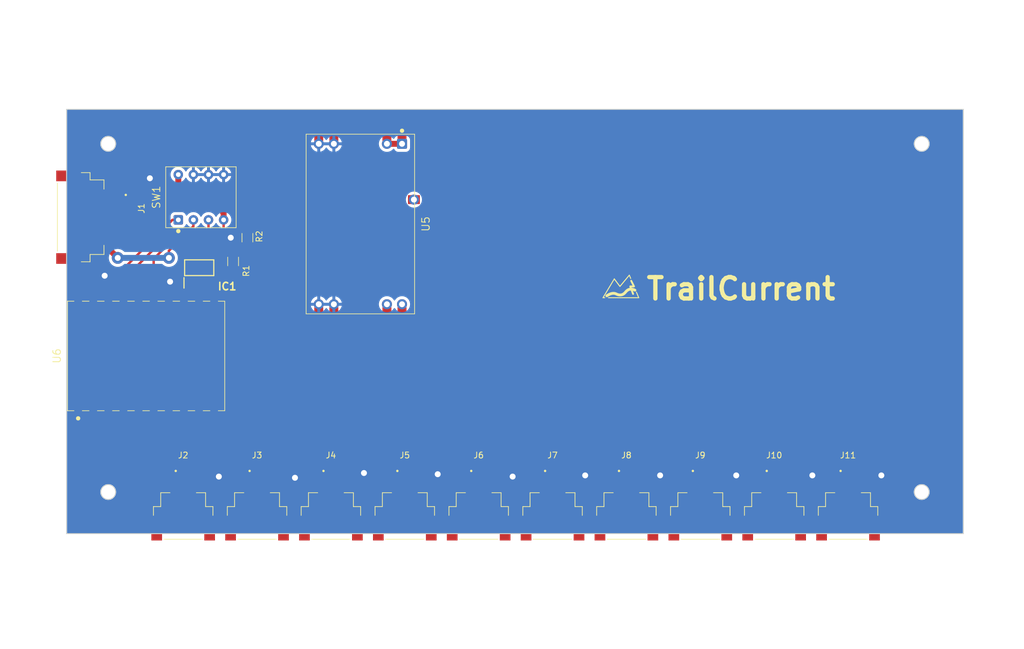
<source format=kicad_pcb>
(kicad_pcb (version 20241229) (generator "pcbnew") (generator_version "9.0")
  (layers (0 "F.Cu" signal) (2 "B.Cu" signal) (13 "F.Paste" user) (15 "B.Paste" user) (5 "F.SilkS" user "F.Silkscreen") (7 "B.SilkS" user "B.Silkscreen") (1 "F.Mask" user) (3 "B.Mask" user) (25 "Edge.Cuts" user))
  (net 0 "")
  (net 1 "+12V")
  (net 2 "GND")
  (net 4 "Net-(IC1-RS)")
  (net 5 "RSW01")
  (net 6 "RSW02")
  (net 7 "RSW03")
  (net 8 "RSW04")
  (net 9 "RSW05")
  (net 10 "RSW06")
  (net 11 "CAN_RX")
  (net 12 "RSW07")
  (net 13 "RSW08")
  (net 14 "RSW09")
  (net 15 "+3.3V")
  (net 16 "CANH")
  (net 17 "CAN_TX")
  (net 18 "RSW10")
  (net 19 "CANL")
  (net 20 "Net-(R2-Pad2)")
  (net 21 "ADDR01")
  (net 22 "ADDR03")
  (net 23 "ADDR02")
  (net 24 "+5V")
  (footprint "TrailCurrentFootprints:JST_S2B-XH-SM4-TB" (layer "F.Cu") (at 49.8 131.2)
    (property "Reference" "J2" (at 0 -12.385 0) (layer "F.SilkS"))
    (property "Value" "S2B-XH-SM4-TB")
    (pad "1" smd rect (at -1.25 -6.8) (size 1.3 4.5) (layers "F.Cu" "F.Mask" "F.Paste") (net 5 "RSW01"))
    (pad "2" smd rect (at 1.25 -6.8) (size 1.3 4.5) (layers "F.Cu" "F.Mask" "F.Paste") (net 2 "GND"))
    (pad "SH1" smd rect (at -4.45 0) (size 1.8 3.9) (layers "F.Cu" "F.Mask" "F.Paste"))
    (pad "SH2" smd rect (at 4.45 0) (size 1.8 3.9) (layers "F.Cu" "F.Mask" "F.Paste"))
  )
  (footprint "TrailCurrentFootprints:JST_S2B-XH-SM4-TB" (layer "F.Cu") (at 149.177778 131.2)
    (property "Reference" "J10" (at 0 -12.385 0) (layer "F.SilkS"))
    (property "Value" "S2B-XH-SM4-TB")
    (pad "1" smd rect (at -1.25 -6.8) (size 1.3 4.5) (layers "F.Cu" "F.Mask" "F.Paste") (net 14 "RSW09"))
    (pad "2" smd rect (at 1.25 -6.8) (size 1.3 4.5) (layers "F.Cu" "F.Mask" "F.Paste") (net 2 "GND"))
    (pad "SH1" smd rect (at -4.45 0) (size 1.8 3.9) (layers "F.Cu" "F.Mask" "F.Paste"))
    (pad "SH2" smd rect (at 4.45 0) (size 1.8 3.9) (layers "F.Cu" "F.Mask" "F.Paste"))
  )
  (footprint "TrailCurrentFootprints:JST_S2B-XH-SM4-TB" (layer "F.Cu") (at 136.755556 131.2)
    (property "Reference" "J9" (at 0 -12.385 0) (layer "F.SilkS"))
    (property "Value" "S2B-XH-SM4-TB")
    (pad "1" smd rect (at -1.25 -6.8) (size 1.3 4.5) (layers "F.Cu" "F.Mask" "F.Paste") (net 13 "RSW08"))
    (pad "2" smd rect (at 1.25 -6.8) (size 1.3 4.5) (layers "F.Cu" "F.Mask" "F.Paste") (net 2 "GND"))
    (pad "SH1" smd rect (at -4.45 0) (size 1.8 3.9) (layers "F.Cu" "F.Mask" "F.Paste"))
    (pad "SH2" smd rect (at 4.45 0) (size 1.8 3.9) (layers "F.Cu" "F.Mask" "F.Paste"))
  )
  (footprint "TrailCurrentFootprints:JST_S2B-XH-SM4-TB" (layer "F.Cu") (at 87.066667 131.2)
    (property "Reference" "J5" (at 0 -12.385 0) (layer "F.SilkS"))
    (property "Value" "S2B-XH-SM4-TB")
    (pad "1" smd rect (at -1.25 -6.8) (size 1.3 4.5) (layers "F.Cu" "F.Mask" "F.Paste") (net 8 "RSW04"))
    (pad "2" smd rect (at 1.25 -6.8) (size 1.3 4.5) (layers "F.Cu" "F.Mask" "F.Paste") (net 2 "GND"))
    (pad "SH1" smd rect (at -4.45 0) (size 1.8 3.9) (layers "F.Cu" "F.Mask" "F.Paste"))
    (pad "SH2" smd rect (at 4.45 0) (size 1.8 3.9) (layers "F.Cu" "F.Mask" "F.Paste"))
  )
  (footprint "TrailCurrentFootprints:JST_S2B-XH-SM4-TB" (layer "F.Cu") (at 99.488889 131.2)
    (property "Reference" "J6" (at 0 -12.385 0) (layer "F.SilkS"))
    (property "Value" "S2B-XH-SM4-TB")
    (pad "1" smd rect (at -1.25 -6.8) (size 1.3 4.5) (layers "F.Cu" "F.Mask" "F.Paste") (net 9 "RSW05"))
    (pad "2" smd rect (at 1.25 -6.8) (size 1.3 4.5) (layers "F.Cu" "F.Mask" "F.Paste") (net 2 "GND"))
    (pad "SH1" smd rect (at -4.45 0) (size 1.8 3.9) (layers "F.Cu" "F.Mask" "F.Paste"))
    (pad "SH2" smd rect (at 4.45 0) (size 1.8 3.9) (layers "F.Cu" "F.Mask" "F.Paste"))
  )
  (footprint "TrailCurrentFootprints:JST_S2B-XH-SM4-TB" (layer "F.Cu") (at 74.644444 131.2)
    (property "Reference" "J4" (at 0 -12.385 0) (layer "F.SilkS"))
    (property "Value" "S2B-XH-SM4-TB")
    (pad "1" smd rect (at -1.25 -6.8) (size 1.3 4.5) (layers "F.Cu" "F.Mask" "F.Paste") (net 7 "RSW03"))
    (pad "2" smd rect (at 1.25 -6.8) (size 1.3 4.5) (layers "F.Cu" "F.Mask" "F.Paste") (net 2 "GND"))
    (pad "SH1" smd rect (at -4.45 0) (size 1.8 3.9) (layers "F.Cu" "F.Mask" "F.Paste"))
    (pad "SH2" smd rect (at 4.45 0) (size 1.8 3.9) (layers "F.Cu" "F.Mask" "F.Paste"))
  )
  (footprint "TrailCurrentFootprints:JST_S2B-XH-SM4-TB" (layer "F.Cu") (at 62.222222 131.2)
    (property "Reference" "J3" (at 0 -12.385 0) (layer "F.SilkS"))
    (property "Value" "S2B-XH-SM4-TB")
    (pad "1" smd rect (at -1.25 -6.8) (size 1.3 4.5) (layers "F.Cu" "F.Mask" "F.Paste") (net 6 "RSW02"))
    (pad "2" smd rect (at 1.25 -6.8) (size 1.3 4.5) (layers "F.Cu" "F.Mask" "F.Paste") (net 2 "GND"))
    (pad "SH1" smd rect (at -4.45 0) (size 1.8 3.9) (layers "F.Cu" "F.Mask" "F.Paste"))
    (pad "SH2" smd rect (at 4.45 0) (size 1.8 3.9) (layers "F.Cu" "F.Mask" "F.Paste"))
  )
  (footprint "TrailCurrentFootprints:JST_S2B-XH-SM4-TB" (layer "F.Cu") (at 124.333333 131.2)
    (property "Reference" "J8" (at 0 -12.385 0) (layer "F.SilkS"))
    (property "Value" "S2B-XH-SM4-TB")
    (pad "1" smd rect (at -1.25 -6.8) (size 1.3 4.5) (layers "F.Cu" "F.Mask" "F.Paste") (net 12 "RSW07"))
    (pad "2" smd rect (at 1.25 -6.8) (size 1.3 4.5) (layers "F.Cu" "F.Mask" "F.Paste") (net 2 "GND"))
    (pad "SH1" smd rect (at -4.45 0) (size 1.8 3.9) (layers "F.Cu" "F.Mask" "F.Paste"))
    (pad "SH2" smd rect (at 4.45 0) (size 1.8 3.9) (layers "F.Cu" "F.Mask" "F.Paste"))
  )
  (footprint "TrailCurrentFootprints:JST_S2B-XH-SM4-TB" (layer "F.Cu") (at 111.911111 131.2)
    (property "Reference" "J7" (at 0 -12.385 0) (layer "F.SilkS"))
    (property "Value" "S2B-XH-SM4-TB")
    (pad "1" smd rect (at -1.25 -6.8) (size 1.3 4.5) (layers "F.Cu" "F.Mask" "F.Paste") (net 10 "RSW06"))
    (pad "2" smd rect (at 1.25 -6.8) (size 1.3 4.5) (layers "F.Cu" "F.Mask" "F.Paste") (net 2 "GND"))
    (pad "SH1" smd rect (at -4.45 0) (size 1.8 3.9) (layers "F.Cu" "F.Mask" "F.Paste"))
    (pad "SH2" smd rect (at 4.45 0) (size 1.8 3.9) (layers "F.Cu" "F.Mask" "F.Paste"))
  )
  (footprint "TrailCurrentFootprints:SN65HVD230DR" (layer "F.Cu") (at 52.495 87.25 90)
    (property "Reference" "IC1" (at -3.15 4.705 180) (layer "F.SilkS") (effects (font (size 1.27 1.27) (thickness 0.254))))
    (property "Value" "SN65HVD230DR" (hide yes))
    (pad "1" smd rect (at -2.55 -1.905 180) (size 0.6 1.75) (layers "F.Cu" "F.Mask" "F.Paste") (net 17 "CAN_TX"))
    (pad "2" smd rect (at -2.55 -0.635 180) (size 0.6 1.75) (layers "F.Cu" "F.Mask" "F.Paste") (net 2 "GND"))
    (pad "3" smd rect (at -2.55 0.635 180) (size 0.6 1.75) (layers "F.Cu" "F.Mask" "F.Paste") (net 15 "+3.3V"))
    (pad "4" smd rect (at -2.55 1.905 180) (size 0.6 1.75) (layers "F.Cu" "F.Mask" "F.Paste") (net 11 "CAN_RX"))
    (pad "5" smd rect (at 2.55 1.905 180) (size 0.6 1.75) (layers "F.Cu" "F.Mask" "F.Paste"))
    (pad "6" smd rect (at 2.55 0.635 180) (size 0.6 1.75) (layers "F.Cu" "F.Mask" "F.Paste") (net 19 "CANL"))
    (pad "7" smd rect (at 2.55 -0.635 180) (size 0.6 1.75) (layers "F.Cu" "F.Mask" "F.Paste") (net 16 "CANH"))
    (pad "8" smd rect (at 2.55 -1.905 180) (size 0.6 1.75) (layers "F.Cu" "F.Mask" "F.Paste") (net 4 "Net-(IC1-RS)"))
  )
  (footprint "TrailCurrentFootprints:JST_S2B-XH-SM4-TB" (layer "F.Cu") (at 161.6 131.2)
    (property "Reference" "J11" (at 0 -12.385 0) (layer "F.SilkS"))
    (property "Value" "S2B-XH-SM4-TB")
    (pad "1" smd rect (at -1.25 -6.8) (size 1.3 4.5) (layers "F.Cu" "F.Mask" "F.Paste") (net 18 "RSW10"))
    (pad "2" smd rect (at 1.25 -6.8) (size 1.3 4.5) (layers "F.Cu" "F.Mask" "F.Paste") (net 2 "GND"))
    (pad "SH1" smd rect (at -4.45 0) (size 1.8 3.9) (layers "F.Cu" "F.Mask" "F.Paste"))
    (pad "SH2" smd rect (at 4.45 0) (size 1.8 3.9) (layers "F.Cu" "F.Mask" "F.Paste"))
  )
  (footprint "TrailCurrentFootprints:ESP32-C6-SuperMini_SMD" (layer "F.Cu") (at 43.57 102.1 90)
    (property "Reference" "U6" (at 0 -15 90) (layer "F.SilkS") (effects (font (size 1.27 1.27))))
    (property "Value" "ESP32-C6-SuperMini")
    (pad "1" smd roundrect (at -9.1 -11.43 90) (size 2 1) (layers "F.Cu" "F.Mask" "F.Paste") (net 5 "RSW01"))
    (pad "2" smd rect (at -9.1 -8.89 90) (size 2 1) (layers "F.Cu" "F.Mask" "F.Paste") (net 6 "RSW02"))
    (pad "3" smd rect (at -9.1 -6.35 90) (size 2 1) (layers "F.Cu" "F.Mask" "F.Paste") (net 7 "RSW03"))
    (pad "4" smd rect (at -9.1 -3.81 90) (size 2 1) (layers "F.Cu" "F.Mask" "F.Paste") (net 8 "RSW04"))
    (pad "5" smd rect (at -9.1 -1.27 90) (size 2 1) (layers "F.Cu" "F.Mask" "F.Paste") (net 9 "RSW05"))
    (pad "6" smd rect (at -9.1 1.27 90) (size 2 1) (layers "F.Cu" "F.Mask" "F.Paste") (net 10 "RSW06"))
    (pad "7" smd rect (at -9.1 3.81 90) (size 2 1) (layers "F.Cu" "F.Mask" "F.Paste") (net 12 "RSW07"))
    (pad "8" smd rect (at -9.1 6.35 90) (size 2 1) (layers "F.Cu" "F.Mask" "F.Paste") (net 13 "RSW08"))
    (pad "9" smd rect (at -9.1 8.89 90) (size 2 1) (layers "F.Cu" "F.Mask" "F.Paste") (net 14 "RSW09"))
    (pad "10" smd rect (at -9.1 11.43 90) (size 2 1) (layers "F.Cu" "F.Mask" "F.Paste") (net 18 "RSW10"))
    (pad "11" smd rect (at 9.1 -11.43 90) (size 2 1) (layers "F.Cu" "F.Mask" "F.Paste") (net 24 "+5V"))
    (pad "12" smd rect (at 9.1 -8.89 90) (size 2 1) (layers "F.Cu" "F.Mask" "F.Paste") (net 2 "GND"))
    (pad "13" smd rect (at 9.1 -6.35 90) (size 2 1) (layers "F.Cu" "F.Mask" "F.Paste") (net 15 "+3.3V"))
    (pad "14" smd rect (at 9.1 -3.81 90) (size 2 1) (layers "F.Cu" "F.Mask" "F.Paste") (net 22 "ADDR03"))
    (pad "15" smd rect (at 9.1 -1.27 90) (size 2 1) (layers "F.Cu" "F.Mask" "F.Paste") (net 23 "ADDR02"))
    (pad "16" smd rect (at 9.1 1.27 90) (size 2 1) (layers "F.Cu" "F.Mask" "F.Paste") (net 21 "ADDR01"))
    (pad "17" smd rect (at 9.1 3.81 90) (size 2 1) (layers "F.Cu" "F.Mask" "F.Paste"))
    (pad "18" smd rect (at 9.1 6.35 90) (size 2 1) (layers "F.Cu" "F.Mask" "F.Paste") (net 17 "CAN_TX"))
    (pad "19" smd rect (at 9.1 8.89 90) (size 2 1) (layers "F.Cu" "F.Mask" "F.Paste"))
    (pad "20" smd rect (at 9.1 11.43 90) (size 2 1) (layers "F.Cu" "F.Mask" "F.Paste") (net 11 "CAN_RX"))
  )
  (footprint "TrailCurrentFootprints:TrailCurrentLogo_Text" (layer "F.Cu") (at 143.6 90.8)
    (property "Reference" "LOGO" (hide yes))
    (property "Value" "TrailCurrentLogo_Text" (hide yes))
    (fp_text user "TrailCurrent" (at 0 0 0) (layer "F.SilkS") (effects (font (size 3.6 3.6) (thickness 0.72) (bold yes))))
  )
  (footprint "Resistor_SMD:R_1206_3216Metric_Pad1.30x1.75mm_HandSolder" (layer "F.Cu") (at 60.6 82.2 90)
    (property "Reference" "R2" (at 0.2 2 90) (layer "F.SilkS"))
    (property "Value" "120")
    (pad "1" smd roundrect (at -1.55 0 90) (size 1.3 1.75) (layers "F.Cu" "F.Mask" "F.Paste") (roundrect_rratio 0.192308) (net 16 "CANH"))
    (pad "2" smd roundrect (at 1.55 0 90) (size 1.3 1.75) (layers "F.Cu" "F.Mask" "F.Paste") (roundrect_rratio 0.192308) (net 20 "Net-(R2-Pad2)"))
  )
  (footprint "TrailCurrentFootprints:Mini560" (layer "F.Cu") (at 79.6 79.9 -90)
    (property "Reference" "U5" (at 0 -11 270) (layer "F.SilkS") (effects (font (size 1.27 1.27))))
    (property "Value" "Mini560")
    (pad "1" smd rect (at -15 -7 270) (size 2 1.5) (layers "F.Cu" "F.Mask" "F.Paste") (net 1 "+12V"))
    (pad "1" thru_hole roundrect (at -13.5 -7 270) (size 1.7 1.7) (drill 1) (layers "*.Cu" "*.Mask") (roundrect_rratio 0.147059) (net 1 "+12V"))
    (pad "2" smd rect (at -15 -4.46 270) (size 2 1.5) (layers "F.Cu" "F.Mask" "F.Paste") (net 1 "+12V"))
    (pad "2" thru_hole oval (at -13.5 -4.46 270) (size 1.7 1.7) (drill 1) (layers "*.Cu" "*.Mask") (net 1 "+12V"))
    (pad "3" smd rect (at -15 4.46 270) (size 2 1.5) (layers "F.Cu" "F.Mask" "F.Paste") (net 2 "GND"))
    (pad "3" thru_hole oval (at -13.5 4.46 270) (size 1.7 1.7) (drill 1) (layers "*.Cu" "*.Mask") (net 2 "GND"))
    (pad "4" smd rect (at -15 7 270) (size 2 1.5) (layers "F.Cu" "F.Mask" "F.Paste") (net 2 "GND"))
    (pad "4" thru_hole oval (at -13.5 7 270) (size 1.7 1.7) (drill 1) (layers "*.Cu" "*.Mask") (net 2 "GND"))
    (pad "5" smd rect (at -4.11 -9 270) (size 1.5 2) (layers "F.Cu" "F.Mask" "F.Paste"))
    (pad "5" thru_hole oval (at -4.11 -9 270) (size 1.7 1.7) (drill 1) (layers "*.Cu" "*.Mask"))
    (pad "6" thru_hole oval (at 13.5 7 270) (size 1.7 1.7) (drill 1) (layers "*.Cu" "*.Mask") (net 2 "GND"))
    (pad "6" smd rect (at 15 7 270) (size 2 1.5) (layers "F.Cu" "F.Mask" "F.Paste") (net 2 "GND"))
    (pad "7" thru_hole oval (at 13.5 4.46 270) (size 1.7 1.7) (drill 1) (layers "*.Cu" "*.Mask") (net 2 "GND"))
    (pad "7" smd rect (at 15 4.46 270) (size 2 1.5) (layers "F.Cu" "F.Mask" "F.Paste") (net 2 "GND"))
    (pad "8" thru_hole oval (at 13.5 -4.46 270) (size 1.7 1.7) (drill 1) (layers "*.Cu" "*.Mask") (net 24 "+5V"))
    (pad "8" smd rect (at 15 -4.46 270) (size 2 1.5) (layers "F.Cu" "F.Mask" "F.Paste") (net 24 "+5V"))
    (pad "9" thru_hole oval (at 13.5 -7 270) (size 1.7 1.7) (drill 1) (layers "*.Cu" "*.Mask") (net 24 "+5V"))
    (pad "9" smd rect (at 15 -7 270) (size 2 1.5) (layers "F.Cu" "F.Mask" "F.Paste") (net 24 "+5V"))
  )
  (footprint "TrailCurrentFootprints:TrailCurrentLogo_Icon" (layer "F.Cu") (at 123.4 90.4)
    (property "Reference" "LOGO" (hide yes))
    (property "Value" "TrailCurrentLogo_Icon" (hide yes))
  )
  (footprint "Resistor_SMD:R_1206_3216Metric_Pad1.30x1.75mm_HandSolder" (layer "F.Cu") (at 58.2 86.2 -90)
    (property "Reference" "R1" (at 1.6 -2.2 90) (layer "F.SilkS"))
    (property "Value" "10k")
    (pad "1" smd roundrect (at -1.55 0 270) (size 1.3 1.75) (layers "F.Cu" "F.Mask" "F.Paste") (roundrect_rratio 0.192308) (net 2 "GND"))
    (pad "2" smd roundrect (at 1.55 0 270) (size 1.3 1.75) (layers "F.Cu" "F.Mask" "F.Paste") (roundrect_rratio 0.192308) (net 4 "Net-(IC1-RS)"))
  )
  (footprint "TrailCurrentFootprints:DS-04" (layer "F.Cu") (at 52.79 75.39 90)
    (property "Reference" "SW1" (at 0 -7.5 90) (layer "F.SilkS") (effects (font (size 1.27 1.27))))
    (property "Value" "DS-04")
    (pad "1" thru_hole roundrect (at -3.81 -3.81 90) (size 1.6 1.6) (drill 0.8) (layers "*.Cu" "*.Mask") (roundrect_rratio 0.15) (net 22 "ADDR03"))
    (pad "2" thru_hole oval (at -3.81 -1.27 90) (size 1.6 1.6) (drill 0.8) (layers "*.Cu" "*.Mask") (net 23 "ADDR02"))
    (pad "3" thru_hole oval (at -3.81 1.27 90) (size 1.6 1.6) (drill 0.8) (layers "*.Cu" "*.Mask") (net 21 "ADDR01"))
    (pad "4" thru_hole oval (at -3.81 3.81 90) (size 1.6 1.6) (drill 0.8) (layers "*.Cu" "*.Mask") (net 19 "CANL"))
    (pad "5" thru_hole oval (at 3.81 3.81 90) (size 1.6 1.6) (drill 0.8) (layers "*.Cu" "*.Mask") (net 2 "GND"))
    (pad "6" thru_hole oval (at 3.81 1.27 90) (size 1.6 1.6) (drill 0.8) (layers "*.Cu" "*.Mask") (net 2 "GND"))
    (pad "7" thru_hole oval (at 3.81 -1.27 90) (size 1.6 1.6) (drill 0.8) (layers "*.Cu" "*.Mask") (net 2 "GND"))
    (pad "8" thru_hole oval (at 3.81 -3.81 90) (size 1.6 1.6) (drill 0.8) (layers "*.Cu" "*.Mask") (net 20 "Net-(R2-Pad2)"))
  )
  (footprint "TrailCurrentFootprints:JST_S4B-XH-SM4-TB" (layer "F.Cu") (at 30.4 78.75 -90)
    (property "Reference" "J1" (at -1.475 -12.385 270) (layer "F.SilkS"))
    (property "Value" "S4B-XH-SM4-TB")
    (pad "1" smd rect (at -3.75 -6.8 270) (size 1.3 4.5) (layers "F.Cu" "F.Mask" "F.Paste") (net 1 "+12V"))
    (pad "2" smd rect (at -1.25 -6.8 270) (size 1.3 4.5) (layers "F.Cu" "F.Mask" "F.Paste") (net 2 "GND"))
    (pad "3" smd rect (at 1.25 -6.8 270) (size 1.3 4.5) (layers "F.Cu" "F.Mask" "F.Paste") (net 19 "CANL"))
    (pad "4" smd rect (at 3.75 -6.8 270) (size 1.3 4.5) (layers "F.Cu" "F.Mask" "F.Paste") (net 16 "CANH"))
    (pad "SH1" smd rect (at -6.95 0 270) (size 1.8 3.9) (layers "F.Cu" "F.Mask" "F.Paste"))
    (pad "SH2" smd rect (at 6.95 0 270) (size 1.8 3.9) (layers "F.Cu" "F.Mask" "F.Paste"))
  )
  (gr_circle (center 37.2 66.4) (end 35.95 66.4) (stroke (width 0.16)) (fill no) (layer "Edge.Cuts"))
  (gr_circle (center 173.98566 125) (end 172.73566 125) (stroke (width 0.16)) (fill no) (layer "Edge.Cuts"))
  (gr_line (start 30.2 132) (end 30.2 60.6) (stroke (width 0.16)) (layer "Edge.Cuts"))
  (gr_line (start 180.98566 132) (end 30.2 132) (stroke (width 0.16)) (layer "Edge.Cuts"))
  (gr_line (start 180.98566 60.6) (end 180.98566 132) (stroke (width 0.16)) (layer "Edge.Cuts"))
  (gr_line (start 30.2 60.6) (end 180.98566 60.6) (stroke (width 0.16)) (layer "Edge.Cuts"))
  (gr_circle (center 37.2 125) (end 35.95 125) (stroke (width 0.16)) (fill no) (layer "Edge.Cuts"))
  (gr_circle (center 173.98566 66.4) (end 172.73566 66.4) (stroke (width 0.16)) (fill no) (layer "Edge.Cuts"))
  (segment (start 84.06 63.46) (end 84.06 66.4) (width 1) (layer "F.Cu") (net 1))
  (segment (start 37.2 73.8) (end 48.8 62.2) (width 1) (layer "F.Cu") (net 1))
  (segment (start 85.6 62.2) (end 86.6 63.2) (width 1) (layer "F.Cu") (net 1))
  (segment (start 37.2 75) (end 37.2 73.8) (width 1) (layer "F.Cu") (net 1))
  (segment (start 82.8 62.2) (end 84.06 63.46) (width 1) (layer "F.Cu") (net 1))
  (segment (start 86.6 63.2) (end 86.6 64.9) (width 1) (layer "F.Cu") (net 1))
  (segment (start 82.8 62.2) (end 85.6 62.2) (width 1) (layer "F.Cu") (net 1))
  (segment (start 48.8 62.2) (end 82.8 62.2) (width 1) (layer "F.Cu") (net 1))
  (segment (start 86.6 66.4) (end 84.06 66.4) (width 1) (layer "F.Cu") (net 1))
  (segment (start 138.005556 124.4) (end 140.6 124.4) (width 1) (layer "F.Cu") (net 2))
  (segment (start 125.583333 124.4) (end 127.8 124.4) (width 1) (layer "F.Cu") (net 2))
  (segment (start 44.2 72.2) (end 44.2 73.4) (width 1) (layer "F.Cu") (net 2))
  (segment (start 127.8 124.4) (end 130 122.2) (width 1) (layer "F.Cu") (net 2))
  (segment (start 51.05 124.4) (end 53.8 124.4) (width 1) (layer "F.Cu") (net 2))
  (segment (start 113.161111 124.4) (end 115.2 124.4) (width 1) (layer "F.Cu") (net 2))
  (segment (start 47.6 89.6) (end 47.6 88.4) (width 0.4) (layer "F.Cu") (net 2))
  (segment (start 153.4 124.4) (end 155.6 122.2) (width 1) (layer "F.Cu") (net 2))
  (segment (start 44.2 73.4) (end 40.1 77.5) (width 1) (layer "F.Cu") (net 2))
  (segment (start 150.427778 124.4) (end 153.4 124.4) (width 1) (layer "F.Cu") (net 2))
  (segment (start 66.8 124.4) (end 68.6 122.6) (width 1) (layer "F.Cu") (net 2))
  (segment (start 90.2 124.4) (end 92.6 122) (width 1) (layer "F.Cu") (net 2))
  (segment (start 48.4 87.6) (end 51.4 87.6) (width 0.4) (layer "F.Cu") (net 2))
  (segment (start 58.2 82.6) (end 57.8 82.2) (width 1) (layer "F.Cu") (net 2))
  (segment (start 34.68 93) (end 34.68 90.52) (width 1) (layer "F.Cu") (net 2))
  (segment (start 165 124.4) (end 167.2 122.2) (width 1) (layer "F.Cu") (net 2))
  (segment (start 100.738889 124.4) (end 103.2 124.4) (width 1) (layer "F.Cu") (net 2))
  (segment (start 47.6 88.4) (end 48.4 87.6) (width 0.4) (layer "F.Cu") (net 2))
  (segment (start 51.4 87.6) (end 51.86 88.06) (width 0.4) (layer "F.Cu") (net 2))
  (segment (start 40.1 77.5) (end 37.2 77.5) (width 1) (layer "F.Cu") (net 2))
  (segment (start 51.86 88.06) (end 51.86 89.8) (width 0.4) (layer "F.Cu") (net 2))
  (segment (start 162.85 124.4) (end 165 124.4) (width 1) (layer "F.Cu") (net 2))
  (segment (start 77.6 124.4) (end 80.2 121.8) (width 1) (layer "F.Cu") (net 2))
  (segment (start 88.316667 124.4) (end 90.2 124.4) (width 1) (layer "F.Cu") (net 2))
  (segment (start 103.2 124.4) (end 105.2 122.4) (width 1) (layer "F.Cu") (net 2))
  (segment (start 53.8 124.4) (end 55.8 122.4) (width 1) (layer "F.Cu") (net 2))
  (segment (start 34.68 90.52) (end 36.6 88.6) (width 1) (layer "F.Cu") (net 2))
  (segment (start 115.2 124.4) (end 117.4 122.2) (width 1) (layer "F.Cu") (net 2))
  (segment (start 63.472222 124.4) (end 66.8 124.4) (width 1) (layer "F.Cu") (net 2))
  (segment (start 140.6 124.4) (end 142.8 122.2) (width 1) (layer "F.Cu") (net 2))
  (segment (start 58.2 84.65) (end 58.2 82.6) (width 1) (layer "F.Cu") (net 2))
  (segment (start 75.894444 124.4) (end 77.6 124.4) (width 1) (layer "F.Cu") (net 2))
  (via (at 167.2 122.2) (size 2) (drill 1) (layers "F.Cu" "B.Cu") (net 2))
  (via (at 57.8 82.2) (size 2) (drill 1) (layers "F.Cu" "B.Cu") (net 2))
  (via (at 44.2 72.2) (size 2) (drill 1) (layers "F.Cu" "B.Cu") (net 2))
  (via (at 130 122.2) (size 2) (drill 1) (layers "F.Cu" "B.Cu") (net 2))
  (via (at 105.2 122.4) (size 2) (drill 1) (layers "F.Cu" "B.Cu") (net 2))
  (via (at 142.8 122.2) (size 2) (drill 1) (layers "F.Cu" "B.Cu") (net 2))
  (via (at 92.6 122) (size 2) (drill 1) (layers "F.Cu" "B.Cu") (net 2))
  (via (at 55.8 122.4) (size 2) (drill 1) (layers "F.Cu" "B.Cu") (net 2))
  (via (at 117.4 122.2) (size 2) (drill 1) (layers "F.Cu" "B.Cu") (net 2))
  (via (at 68.6 122.6) (size 2) (drill 1) (layers "F.Cu" "B.Cu") (net 2))
  (via (at 80.2 121.8) (size 2) (drill 1) (layers "F.Cu" "B.Cu") (net 2))
  (via (at 36.6 88.6) (size 2) (drill 1) (layers "F.Cu" "B.Cu") (net 2))
  (via (at 47.6 89.6) (size 2) (drill 1) (layers "F.Cu" "B.Cu") (net 2))
  (via (at 155.6 122.2) (size 2) (drill 1) (layers "F.Cu" "B.Cu") (net 2))
  (segment (start 52.2 87.2) (end 56.4 87.2) (width 0.4) (layer "F.Cu") (net 4))
  (segment (start 50.59 85.59) (end 52.2 87.2) (width 0.4) (layer "F.Cu") (net 4))
  (segment (start 56.95 87.75) (end 58.2 87.75) (width 0.4) (layer "F.Cu") (net 4))
  (segment (start 56.4 87.2) (end 56.95 87.75) (width 0.4) (layer "F.Cu") (net 4))
  (segment (start 50.59 84.7) (end 50.59 85.59) (width 0.4) (layer "F.Cu") (net 4))
  (segment (start 41.6 121.2) (end 44.8 124.4) (width 0.4) (layer "F.Cu") (net 5))
  (segment (start 32.14 115.74) (end 37.6 121.2) (width 0.4) (layer "F.Cu") (net 5))
  (segment (start 37.6 121.2) (end 41.6 121.2) (width 0.4) (layer "F.Cu") (net 5))
  (segment (start 44.8 124.4) (end 48.55 124.4) (width 0.4) (layer "F.Cu") (net 5))
  (segment (start 32.14 111.2) (end 32.14 115.74) (width 0.4) (layer "F.Cu") (net 5))
  (segment (start 34.68 111.2) (end 34.68 115.88) (width 0.4) (layer "F.Cu") (net 6))
  (segment (start 39 120.2) (end 60.4 120.2) (width 0.4) (layer "F.Cu") (net 6))
  (segment (start 60.972222 120.772222) (end 60.972222 124.4) (width 0.4) (layer "F.Cu") (net 6))
  (segment (start 34.68 115.88) (end 39 120.2) (width 0.4) (layer "F.Cu") (net 6))
  (segment (start 60.4 120.2) (end 60.972222 120.772222) (width 0.4) (layer "F.Cu") (net 6))
  (segment (start 37.22 111.2) (end 37.22 116.02) (width 0.4) (layer "F.Cu") (net 7))
  (segment (start 73.394444 121.794444) (end 73.394444 124.4) (width 0.4) (layer "F.Cu") (net 7))
  (segment (start 70.8 119.2) (end 73.394444 121.794444) (width 0.4) (layer "F.Cu") (net 7))
  (segment (start 37.22 116.02) (end 40.4 119.2) (width 0.4) (layer "F.Cu") (net 7))
  (segment (start 40.4 119.2) (end 70.8 119.2) (width 0.4) (layer "F.Cu") (net 7))
  (segment (start 39.76 116.36) (end 41.6 118.2) (width 0.4) (layer "F.Cu") (net 8))
  (segment (start 85.816667 121.016667) (end 85.816667 124.4) (width 0.4) (layer "F.Cu") (net 8))
  (segment (start 39.76 111.2) (end 39.76 116.36) (width 0.4) (layer "F.Cu") (net 8))
  (segment (start 83 118.2) (end 85.816667 121.016667) (width 0.4) (layer "F.Cu") (net 8))
  (segment (start 41.6 118.2) (end 83 118.2) (width 0.4) (layer "F.Cu") (net 8))
  (segment (start 44.4 117.2) (end 94.6 117.2) (width 0.4) (layer "F.Cu") (net 9))
  (segment (start 42.3 115.1) (end 44.4 117.2) (width 0.4) (layer "F.Cu") (net 9))
  (segment (start 42.3 111.2) (end 42.3 115.1) (width 0.4) (layer "F.Cu") (net 9))
  (segment (start 98.238889 120.838889) (end 98.238889 124.4) (width 0.4) (layer "F.Cu") (net 9))
  (segment (start 94.6 117.2) (end 98.238889 120.838889) (width 0.4) (layer "F.Cu") (net 9))
  (segment (start 46.2 116.2) (end 108 116.2) (width 0.4) (layer "F.Cu") (net 10))
  (segment (start 44.84 114.84) (end 46.2 116.2) (width 0.4) (layer "F.Cu") (net 10))
  (segment (start 110.661111 118.861111) (end 110.661111 124.4) (width 0.4) (layer "F.Cu") (net 10))
  (segment (start 44.84 111.2) (end 44.84 114.84) (width 0.4) (layer "F.Cu") (net 10))
  (segment (start 108 116.2) (end 110.661111 118.861111) (width 0.4) (layer "F.Cu") (net 10))
  (segment (start 54.4 89.8) (end 54.4 91.2) (width 0.6) (layer "F.Cu") (net 11))
  (segment (start 55 91.8) (end 55 93) (width 0.6) (layer "F.Cu") (net 11))
  (segment (start 54.4 91.2) (end 55 91.8) (width 0.6) (layer "F.Cu") (net 11))
  (segment (start 47.38 111.2) (end 47.38 113.98) (width 0.4) (layer "F.Cu") (net 12))
  (segment (start 123.083333 119.483333) (end 123.083333 124.4) (width 0.4) (layer "F.Cu") (net 12))
  (segment (start 48.6 115.2) (end 118.8 115.2) (width 0.4) (layer "F.Cu") (net 12))
  (segment (start 118.8 115.2) (end 123.083333 119.483333) (width 0.4) (layer "F.Cu") (net 12))
  (segment (start 47.38 113.98) (end 48.6 115.2) (width 0.4) (layer "F.Cu") (net 12))
  (segment (start 49.92 113.52) (end 50.6 114.2) (width 0.4) (layer "F.Cu") (net 13))
  (segment (start 135.505556 118.705556) (end 135.505556 124.4) (width 0.4) (layer "F.Cu") (net 13))
  (segment (start 50.6 114.2) (end 131 114.2) (width 0.4) (layer "F.Cu") (net 13))
  (segment (start 49.92 111.2) (end 49.92 113.52) (width 0.4) (layer "F.Cu") (net 13))
  (segment (start 131 114.2) (end 135.505556 118.705556) (width 0.4) (layer "F.Cu") (net 13))
  (segment (start 52.46 112.46) (end 53.2 113.2) (width 0.4) (layer "F.Cu") (net 14))
  (segment (start 53.2 113.2) (end 143.4 113.2) (width 0.4) (layer "F.Cu") (net 14))
  (segment (start 147.927778 117.727778) (end 147.927778 124.4) (width 0.4) (layer "F.Cu") (net 14))
  (segment (start 143.4 113.2) (end 147.927778 117.727778) (width 0.4) (layer "F.Cu") (net 14))
  (segment (start 52.46 111.2) (end 52.46 112.46) (width 0.4) (layer "F.Cu") (net 14))
  (segment (start 58 93.8) (end 58 90.4) (width 0.4) (layer "F.Cu") (net 15))
  (segment (start 37.22 93) (end 37.22 94.82) (width 0.4) (layer "F.Cu") (net 15))
  (segment (start 53.4 88.2) (end 53.13 88.47) (width 0.4) (layer "F.Cu") (net 15))
  (segment (start 37.22 94.82) (end 37.8 95.4) (width 0.4) (layer "F.Cu") (net 15))
  (segment (start 56.4 95.4) (end 58 93.8) (width 0.4) (layer "F.Cu") (net 15))
  (segment (start 55.8 88.2) (end 53.4 88.2) (width 0.4) (layer "F.Cu") (net 15))
  (segment (start 58 90.4) (end 55.8 88.2) (width 0.4) (layer "F.Cu") (net 15))
  (segment (start 37.8 95.4) (end 56.4 95.4) (width 0.4) (layer "F.Cu") (net 15))
  (segment (start 53.13 88.47) (end 53.13 89.8) (width 0.4) (layer "F.Cu") (net 15))
  (segment (start 60.6 84.8) (end 60.6 83.75) (width 0.4) (layer "F.Cu") (net 16))
  (segment (start 37.2 84) (end 38.8 85.6) (width 1) (layer "F.Cu") (net 16))
  (segment (start 51.86 83.66) (end 51.86 84.7) (width 0.4) (layer "F.Cu") (net 16))
  (segment (start 37.2 82.5) (end 37.2 84) (width 1) (layer "F.Cu") (net 16))
  (segment (start 47.4 85.6) (end 47.4 84.4) (width 0.4) (layer "F.Cu") (net 16))
  (segment (start 48.8 83) (end 51.2 83) (width 0.4) (layer "F.Cu") (net 16))
  (segment (start 51.86 85.66) (end 52.4 86.2) (width 0.4) (layer "F.Cu") (net 16))
  (segment (start 51.86 84.7) (end 51.86 85.66) (width 0.4) (layer "F.Cu") (net 16))
  (segment (start 47.4 84.4) (end 48.8 83) (width 0.4) (layer "F.Cu") (net 16))
  (segment (start 51.2 83) (end 51.86 83.66) (width 0.4) (layer "F.Cu") (net 16))
  (segment (start 52.4 86.2) (end 59.2 86.2) (width 0.4) (layer "F.Cu") (net 16))
  (segment (start 59.2 86.2) (end 60.6 84.8) (width 0.4) (layer "F.Cu") (net 16))
  (via (at 47.4 85.6) (size 2) (drill 1) (layers "F.Cu" "B.Cu") (net 16))
  (via (at 38.8 85.6) (size 2) (drill 1) (layers "F.Cu" "B.Cu") (net 16))
  (segment (start 47.4 85.6) (end 38.8 85.6) (width 1) (layer "B.Cu") (net 16))
  (segment (start 50.59 91.01) (end 49.92 91.68) (width 0.6) (layer "F.Cu") (net 17))
  (segment (start 49.92 91.68) (end 49.92 93) (width 0.6) (layer "F.Cu") (net 17))
  (segment (start 50.59 89.8) (end 50.59 91.01) (width 0.6) (layer "F.Cu") (net 17))
  (segment (start 156.2 111.2) (end 160.35 115.35) (width 1) (layer "F.Cu") (net 18))
  (segment (start 160.35 115.35) (end 160.35 124.4) (width 1) (layer "F.Cu") (net 18))
  (segment (start 55 111.2) (end 156.2 111.2) (width 1) (layer "F.Cu") (net 18))
  (segment (start 37.2 80) (end 42.8 80) (width 1) (layer "F.Cu") (net 19))
  (segment (start 55.2 82.4) (end 56.6 81) (width 0.4) (layer "F.Cu") (net 19))
  (segment (start 54 82.4) (end 55.2 82.4) (width 0.4) (layer "F.Cu") (net 19))
  (segment (start 42.8 80) (end 46.6 76.2) (width 1) (layer "F.Cu") (net 19))
  (segment (start 53.13 83.27) (end 54 82.4) (width 0.4) (layer "F.Cu") (net 19))
  (segment (start 46.6 76.2) (end 54.8 76.2) (width 1) (layer "F.Cu") (net 19))
  (segment (start 56.6 81) (end 56.6 79.2) (width 0.4) (layer "F.Cu") (net 19))
  (segment (start 54.8 76.2) (end 56.6 78) (width 1) (layer "F.Cu") (net 19))
  (segment (start 56.6 78) (end 56.6 79.2) (width 1) (layer "F.Cu") (net 19))
  (segment (start 53.13 84.7) (end 53.13 83.27) (width 0.4) (layer "F.Cu") (net 19))
  (segment (start 48.98 73.58) (end 49.6 74.2) (width 1) (layer "F.Cu") (net 20))
  (segment (start 49.6 74.2) (end 60 74.2) (width 1) (layer "F.Cu") (net 20))
  (segment (start 60.6 74.8) (end 60.6 80.65) (width 1) (layer "F.Cu") (net 20))
  (segment (start 60 74.2) (end 60.6 74.8) (width 1) (layer "F.Cu") (net 20))
  (segment (start 48.98 71.58) (end 48.98 73.58) (width 1) (layer "F.Cu") (net 20))
  (segment (start 53 81.8) (end 54.06 80.74) (width 0.4) (layer "F.Cu") (net 21))
  (segment (start 44.84 93) (end 44.84 85.76) (width 0.4) (layer "F.Cu") (net 21))
  (segment (start 48.8 81.8) (end 53 81.8) (width 0.4) (layer "F.Cu") (net 21))
  (segment (start 54.06 80.74) (end 54.06 79.2) (width 0.4) (layer "F.Cu") (net 21))
  (segment (start 44.84 85.76) (end 48.8 81.8) (width 0.4) (layer "F.Cu") (net 21))
  (segment (start 39.76 87.44) (end 39.76 93) (width 0.4) (layer "F.Cu") (net 22))
  (segment (start 48 79.2) (end 39.76 87.44) (width 0.4) (layer "F.Cu") (net 22))
  (segment (start 48.98 79.2) (end 48 79.2) (width 0.4) (layer "F.Cu") (net 22))
  (segment (start 50.8 81) (end 48 81) (width 0.4) (layer "F.Cu") (net 23))
  (segment (start 51.52 79.2) (end 51.52 80.28) (width 0.4) (layer "F.Cu") (net 23))
  (segment (start 42.3 86.7) (end 42.3 93) (width 0.4) (layer "F.Cu") (net 23))
  (segment (start 51.52 80.28) (end 50.8 81) (width 0.4) (layer "F.Cu") (net 23))
  (segment (start 48 81) (end 42.3 86.7) (width 0.4) (layer "F.Cu") (net 23))
  (segment (start 83.4 97.2) (end 84.06 96.54) (width 1) (layer "F.Cu") (net 24))
  (segment (start 85.4 97.2) (end 86.6 96) (width 1) (layer "F.Cu") (net 24))
  (segment (start 35 97.2) (end 83.4 97.2) (width 1) (layer "F.Cu") (net 24))
  (segment (start 83.4 97.2) (end 85.4 97.2) (width 1) (layer "F.Cu") (net 24))
  (segment (start 84.06 94.9) (end 86.6 94.9) (width 0.2) (layer "F.Cu") (net 24))
  (segment (start 32.14 94.34) (end 35 97.2) (width 1) (layer "F.Cu") (net 24))
  (segment (start 84.06 96.54) (end 84.06 94.9) (width 1) (layer "F.Cu") (net 24))
  (segment (start 32.14 93) (end 32.14 94.34) (width 1) (layer "F.Cu") (net 24))
  (segment (start 86.6 96) (end 86.6 94.9) (width 1) (layer "F.Cu") (net 24))
  (zone (net 2) (net_name "GND") (layer "B.Cu") (connect_pads (clearance 0.5)) (min_thickness 0.25) (fill yes (thermal_gap 0.5) (thermal_bridge_width 0.5))
    (polygon (pts (xy 19 42.6) (xy 191.2 42.2) (xy 190 151.4) (xy 19.6 148.2)))
  )
)
</source>
